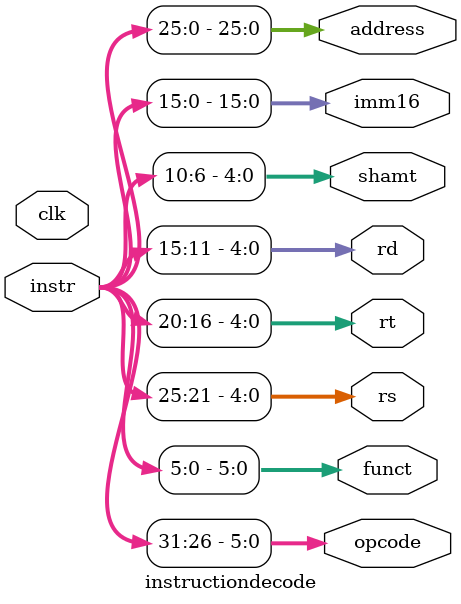
<source format=v>

module instructiondecode(opcode, rs, rt, rd, shamt, funct, imm16, address, clk, instr);
    input clk;
    input[31:0] instr;

    output reg[5:0] opcode, funct;
    output reg[4:0] rs, rt, rd, shamt;
    output reg[15:0] imm16;
    output reg[25:0] address;

    always @(instr) begin
        // All Instructions
        opcode <= instr[31:26];

        // R and I type instructions ONLY
        rs <= instr[25:21];
        rt <= instr[20:16];

        // R type instructions ONLY
        rd <= instr[15:11];
        shamt <= instr[10:6];
        funct <= instr[5:0];

        // I type instructions ONLY
        imm16 <= instr[15:0];

        // J type instructions ONLY
        address <= instr[25:0];
    end
endmodule

</source>
